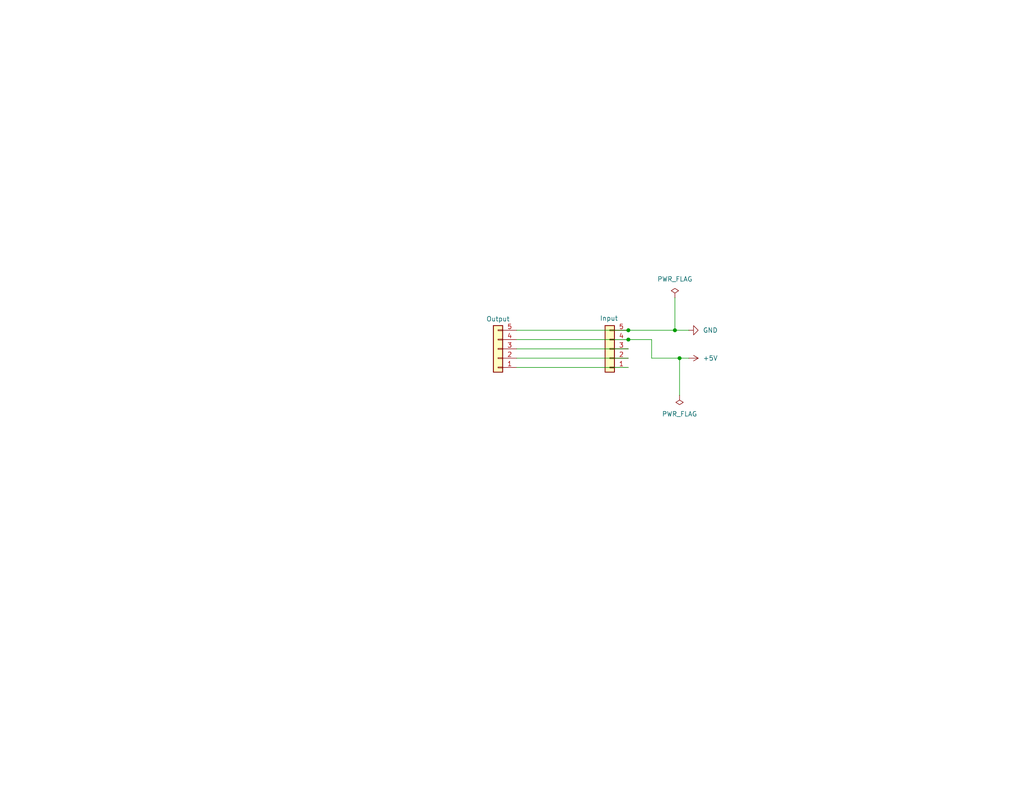
<source format=kicad_sch>
(kicad_sch (version 20250114) (generator "eeschema") (generator_version "9.0")
  (paper "A")
  (title_block (title "Pixie Clock - Bottom") (date "2025-11-08") (rev "1") (company "caroon.org"))
  (lib_symbols
    (symbol "Connector_Generic:Conn_01x05" (pin_names (offset 1.016) (hide yes))
      (property "Reference" "J" (at 0 7.62 0))
      (property "Value" "Conn_01x05" (at 0 -7.62 0))
      (symbol "Conn_01x05_1_1"
        (rectangle (start -1.27 6.35) (end 1.27 -6.35) (stroke (width 0.254)) (fill (type background)))
        (rectangle (start -1.27 5.207) (end 0 4.953) (stroke (width 0.1524)))
        (rectangle (start -1.27 2.667) (end 0 2.413) (stroke (width 0.1524)))
        (rectangle (start -1.27 0.127) (end 0 -0.127) (stroke (width 0.1524)))
        (rectangle (start -1.27 -2.413) (end 0 -2.667) (stroke (width 0.1524)))
        (rectangle (start -1.27 -4.953) (end 0 -5.207) (stroke (width 0.1524)))
        (pin passive line (at -5.08 5.08 0) (length 3.81) (name "Pin_1") (number "1"))
        (pin passive line (at -5.08 2.54 0) (length 3.81) (name "Pin_2") (number "2"))
        (pin passive line (at -5.08 0 0) (length 3.81) (name "Pin_3") (number "3"))
        (pin passive line (at -5.08 -2.54 0) (length 3.81) (name "Pin_4") (number "4"))
        (pin passive line (at -5.08 -5.08 0) (length 3.81) (name "Pin_5") (number "5"))
      )
    )
    (symbol "power:+5V" (power) (pin_numbers (hide yes)) (pin_names (offset 0) (hide yes))
      (property "Value" "+5V" (at 0 3.556 0))
      (symbol "+5V_0_1"
        (polyline (pts (xy -0.762 1.27) (xy 0 2.54)))
        (polyline (pts (xy 0 2.54) (xy 0.762 1.27)))
        (polyline (pts (xy 0 0) (xy 0 2.54)))
      )
      (symbol "+5V_1_1"
        (pin power_in line (at 0 0 90) (length 0) (name "~") (number "1"))
      )
    )
    (symbol "power:GND" (power) (pin_numbers (hide yes)) (pin_names (offset 0) (hide yes))
      (property "Value" "GND" (at 0 -3.81 0))
      (symbol "GND_0_1"
        (polyline (pts (xy 0 0) (xy 0 -1.27) (xy 1.27 -1.27) (xy 0 -2.54) (xy -1.27 -1.27) (xy 0 -1.27)))
      )
      (symbol "GND_1_1"
        (pin power_in line (at 0 0 270) (length 0) (name "~") (number "1"))
      )
    )
    (symbol "power:PWR_FLAG" (power) (pin_numbers (hide yes)) (pin_names (offset 0) (hide yes))
      (property "Value" "PWR_FLAG" (at 0 3.81 0))
      (symbol "PWR_FLAG_0_0"
        (pin power_out line (at 0 0 90) (length 0) (name "~") (number "1"))
      )
      (symbol "PWR_FLAG_0_1"
        (polyline (pts (xy 0 0) (xy 0 1.27) (xy -1.016 1.905) (xy 0 2.54) (xy 1.016 1.905) (xy 0 1.27)))
      )
    )
  )
  (junction (at 171.45 90.17))
  (junction (at 185.42 97.79))
  (junction (at 184.15 90.17))
  (junction (at 171.45 92.71))
  (wire (pts (xy 140.97 97.79) (xy 171.45 97.79)))
  (wire (pts (xy 177.8 97.79) (xy 177.8 92.71)))
  (wire (pts (xy 177.8 92.71) (xy 171.45 92.71)))
  (wire (pts (xy 140.97 92.71) (xy 171.45 92.71)))
  (wire (pts (xy 184.15 90.17) (xy 187.96 90.17)))
  (wire (pts (xy 187.96 97.79) (xy 185.42 97.79)))
  (wire (pts (xy 140.97 95.25) (xy 171.45 95.25)))
  (wire (pts (xy 140.97 100.33) (xy 171.45 100.33)))
  (wire (pts (xy 140.97 90.17) (xy 171.45 90.17)))
  (wire (pts (xy 185.42 97.79) (xy 177.8 97.79)))
  (wire (pts (xy 185.42 97.79) (xy 185.42 107.95)))
  (wire (pts (xy 184.15 81.28) (xy 184.15 90.17)))
  (wire (pts (xy 171.45 90.17) (xy 184.15 90.17)))
  (symbol (lib_id "Connector_Generic:Conn_01x05") (at 135.89 95.25 180) (unit 1)
    (property "Reference" "J2" (effects (hide yes)))
    (property "Value" "Output" (at 135.89 86.36 0) (effects (justify bottom)))
    (property "Footprint" "Connector_JST:JST_XH_B5B-XH-AM_1x05_P2.50mm_Vertical" (effects (hide yes)))
    (property "Description" "Generic connector, single row, 01x05, script generated (kicad-library-utils/schlib/autogen/connector/)" (effects (hide yes)))
  )
  (symbol (lib_id "power:PWR_FLAG") (at 185.42 107.95 180) (unit 1)
    (property "Reference" "#FLG02" (effects (hide yes)))
    (property "Value" "PWR_FLAG" (at 185.42 113.03 0))
    (property "Description" "Special symbol for telling ERC where power comes from" (effects (hide yes)))
  )
  (symbol (lib_id "power:+5V") (at 187.96 97.79 270) (unit 1)
    (property "Reference" "#PWR01" (effects (hide yes)))
    (property "Value" "+5V" (at 191.77 97.7899 90) (effects (justify left)))
    (property "Description" "Power symbol creates a global label with name \"+5V\"" (effects (hide yes)))
  )
  (symbol (lib_id "power:GND") (at 187.96 90.17 90) (unit 1)
    (property "Reference" "#PWR02" (effects (hide yes)))
    (property "Value" "GND" (at 191.77 90.1699 90) (effects (justify right)))
    (property "Description" "Power symbol creates a global label with name \"GND\" , ground" (effects (hide yes)))
  )
  (symbol (lib_id "power:PWR_FLAG") (at 184.15 81.28 0) (unit 1)
    (property "Reference" "#FLG01" (effects (hide yes)))
    (property "Value" "PWR_FLAG" (at 184.15 76.2 0))
    (property "Description" "Special symbol for telling ERC where power comes from" (effects (hide yes)))
  )
  (symbol (lib_id "Connector_Generic:Conn_01x05") (at 166.37 95.25 180) (unit 1)
    (property "Reference" "J1" (effects (hide yes)))
    (property "Value" "Input" (at 168.656 87.63 0) (effects (justify left top)))
    (property "Footprint" "Connector_JST:JST_XH_B5B-XH-AM_1x05_P2.50mm_Vertical" (effects (hide yes)))
    (property "Description" "Generic connector, single row, 01x05, script generated (kicad-library-utils/schlib/autogen/connector/)" (effects (hide yes)))
  )
)
</source>
